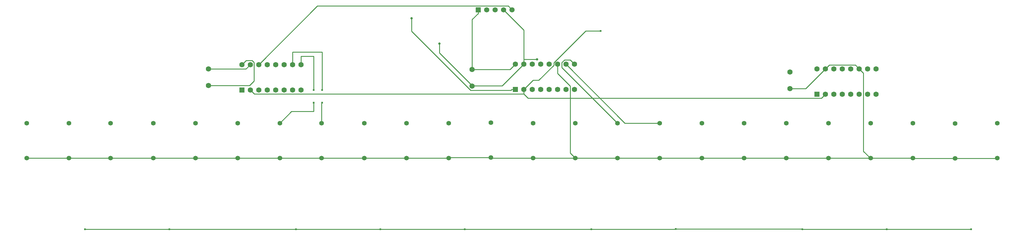
<source format=gbl>
G04 Layer: BottomLayer*
G04 EasyEDA v6.5.43, 2024-08-21 01:05:30*
G04 cb6e2e9fbd21486d88ae5690d2d3dc00,10*
G04 Gerber Generator version 0.2*
G04 Scale: 100 percent, Rotated: No, Reflected: No *
G04 Dimensions in millimeters *
G04 leading zeros omitted , absolute positions ,4 integer and 5 decimal *
%FSLAX45Y45*%
%MOMM*%

%ADD10C,0.2540*%
%ADD11C,1.6000*%
%ADD12R,1.6000X1.6000*%
%ADD13C,1.5748*%
%ADD14R,1.5748X1.5748*%
%ADD15C,1.4000*%
%ADD16C,0.7000*%
%ADD17C,0.6200*%
%ADD18C,0.0194*%

%LPD*%
D10*
X17780000Y5969000D02*
G01*
X17328139Y5969000D01*
X16371727Y5011420D01*
X16371727Y4930193D01*
X15921941Y4480407D01*
X15745307Y4480407D01*
X15468600Y4203700D01*
X15468600Y4068876D02*
G01*
X15468600Y4203700D01*
X24549100Y4064000D02*
G01*
X24428602Y3943502D01*
X15593974Y3943502D01*
X15468600Y4068876D01*
X8127984Y3191992D02*
G01*
X8479292Y3543300D01*
X9144000Y3543300D01*
X9144000Y3810000D01*
X17018000Y2142007D02*
G01*
X16865600Y2294407D01*
X16865600Y4306011D01*
X16484600Y4687011D01*
X16484600Y4965700D01*
X508000Y2141994D02*
G01*
X1777997Y2141994D01*
X1777997Y2141994D02*
G01*
X3035294Y2141994D01*
X3035294Y2141994D02*
G01*
X4317992Y2141994D01*
X4317992Y2141994D02*
G01*
X5587989Y2141994D01*
X5587989Y2141994D02*
G01*
X6857987Y2141994D01*
X6857987Y2141994D02*
G01*
X8127984Y2141994D01*
X9385282Y2141994D02*
G01*
X8127984Y2141994D01*
X10668000Y2142002D02*
G01*
X9385282Y2141994D01*
X11938000Y2142007D02*
G01*
X10668000Y2142002D01*
X13208000Y2142007D02*
G01*
X11938000Y2142007D01*
X13208000Y2142007D02*
G01*
X13220694Y2154702D01*
X14478000Y2154702D01*
X14478000Y2154702D02*
G01*
X14490694Y2142007D01*
X15748000Y2142007D01*
X17018000Y2142007D02*
G01*
X15748000Y2142007D01*
X17018000Y2142007D02*
G01*
X18288000Y2142007D01*
X19558000Y2142007D02*
G01*
X18288000Y2142007D01*
X20828000Y2142007D02*
G01*
X19558000Y2142007D01*
X22098000Y2142007D02*
G01*
X20828000Y2142007D01*
X23368000Y2142007D02*
G01*
X22098000Y2142007D01*
X23368000Y2142007D02*
G01*
X24638000Y2142007D01*
X25908000Y2142007D02*
G01*
X24638000Y2142007D01*
X27178000Y2142007D02*
G01*
X27190700Y2129307D01*
X28448000Y2129307D01*
X27178000Y2142007D02*
G01*
X25908000Y2142007D01*
X15468600Y4965700D02*
G01*
X14820900Y4318000D01*
X14008100Y4318000D01*
X13914958Y4309313D01*
X14859000Y6604000D02*
G01*
X15468600Y5994400D01*
X15468600Y5114874D01*
X24549100Y4826000D02*
G01*
X24667108Y4944008D01*
X25447091Y4944008D01*
X25565100Y4826000D01*
X25565100Y4826000D02*
G01*
X25692100Y4699025D01*
X25692100Y2345232D01*
X25908000Y2129307D01*
X15863976Y5114874D02*
G01*
X15468600Y5114874D01*
X15468600Y5114874D02*
G01*
X15468600Y4965700D01*
X7239000Y4953000D02*
G01*
X7108012Y4822012D01*
X5981700Y4822012D01*
X18173623Y3306368D02*
G01*
X16611600Y4868392D01*
X16611600Y5013477D01*
X16693032Y5094909D01*
X16863390Y5094909D01*
X16992600Y4965700D01*
X18288000Y3191992D02*
G01*
X18173623Y3306368D01*
X19452463Y3191992D02*
G01*
X18512307Y3191992D01*
X16738600Y4965700D01*
X19558000Y3191992D02*
G01*
X19452463Y3191992D01*
X5981700Y4322013D02*
G01*
X7216927Y4322013D01*
X7352156Y4457242D01*
X7352156Y4457242D02*
G01*
X7352156Y5014976D01*
X7288326Y5078806D01*
X7110806Y5078806D01*
X6985000Y4953000D01*
X14097000Y6604000D02*
G01*
X14097000Y6492519D01*
X15214600Y4203700D02*
G01*
X15101849Y4203700D01*
X15101849Y4203700D02*
G01*
X15078633Y4180481D01*
X13865707Y4180481D01*
X12090400Y5955792D01*
X12090400Y6350000D01*
X24549100Y4826000D02*
G01*
X23956213Y4233113D01*
X23482300Y4233113D01*
X15113000Y6604000D02*
G01*
X15001392Y6715607D01*
X9255607Y6715607D01*
X7493000Y4953000D01*
X13914884Y4309361D02*
G01*
X13914884Y4322315D01*
X12928600Y5308600D01*
X12928600Y5588000D01*
X14097000Y6492494D02*
G01*
X13914881Y6310376D01*
X13914881Y4809236D01*
X7239000Y4191000D02*
G01*
X7361123Y4068876D01*
X15468600Y4068876D01*
X29718000Y2142007D02*
G01*
X29705300Y2129307D01*
X28448000Y2129307D01*
X28930600Y0D02*
G01*
X26390600Y0D01*
X23850600Y0D02*
G01*
X26390600Y0D01*
X23850600Y0D02*
G01*
X23846993Y3606D01*
X20036993Y3606D01*
X20036993Y3606D02*
G01*
X20033386Y0D01*
X17500600Y0D01*
X17500600Y0D02*
G01*
X13690600Y0D01*
X11150600Y0D02*
G01*
X13690600Y0D01*
X11150600Y0D02*
G01*
X8610600Y0D01*
X4796993Y0D02*
G01*
X8610600Y0D01*
X2263119Y-6126D02*
G01*
X2269246Y0D01*
X4796993Y0D01*
X15214600Y4965700D02*
G01*
X15058212Y4809312D01*
X13914958Y4809312D01*
X8509000Y4953000D02*
G01*
X8509000Y5334000D01*
X9398000Y5334000D01*
X9398000Y4191000D01*
X9398000Y3810000D02*
G01*
X9385282Y3797282D01*
X9385282Y3191992D01*
X8763000Y4953000D02*
G01*
X8763000Y5207000D01*
X9144000Y5207000D01*
X9144000Y4191000D01*
D11*
G01*
X5981700Y4322013D03*
G01*
X5981700Y4822012D03*
G01*
X13914958Y4309313D03*
G01*
X13914958Y4809312D03*
G01*
X23482300Y4233113D03*
G01*
X23482300Y4733112D03*
G01*
X6985000Y4953000D03*
G01*
X7239000Y4953000D03*
G01*
X7493000Y4953000D03*
G01*
X7747000Y4953000D03*
G01*
X8001000Y4953000D03*
G01*
X8255000Y4953000D03*
G01*
X8509000Y4953000D03*
G01*
X8763000Y4953000D03*
G01*
X8763000Y4191000D03*
G01*
X8509000Y4191000D03*
G01*
X8255000Y4191000D03*
G01*
X8001000Y4191000D03*
G01*
X7747000Y4191000D03*
G01*
X7493000Y4191000D03*
G01*
X7239000Y4191000D03*
D12*
G01*
X6985000Y4191000D03*
D11*
G01*
X15214600Y4965700D03*
G01*
X15468600Y4965700D03*
G01*
X15722600Y4965700D03*
G01*
X15976600Y4965700D03*
G01*
X16230600Y4965700D03*
G01*
X16484600Y4965700D03*
G01*
X16738600Y4965700D03*
G01*
X16992600Y4965700D03*
G01*
X16992600Y4203700D03*
G01*
X16738600Y4203700D03*
G01*
X16484600Y4203700D03*
G01*
X16230600Y4203700D03*
G01*
X15976600Y4203700D03*
G01*
X15722600Y4203700D03*
G01*
X15468600Y4203700D03*
D12*
G01*
X15214600Y4203700D03*
D11*
G01*
X24295100Y4826000D03*
G01*
X24549100Y4826000D03*
G01*
X24803100Y4826000D03*
G01*
X25057100Y4826000D03*
G01*
X25311100Y4826000D03*
G01*
X25565100Y4826000D03*
G01*
X25819100Y4826000D03*
G01*
X26073100Y4826000D03*
G01*
X26073100Y4064000D03*
G01*
X25819100Y4064000D03*
G01*
X25565100Y4064000D03*
G01*
X25311100Y4064000D03*
G01*
X25057100Y4064000D03*
G01*
X24803100Y4064000D03*
G01*
X24549100Y4064000D03*
D12*
G01*
X24295100Y4064000D03*
D13*
G01*
X15113000Y6604000D03*
G01*
X14859000Y6604000D03*
G01*
X14605000Y6604000D03*
G01*
X14351000Y6604000D03*
D14*
G01*
X14097000Y6604000D03*
D15*
G01*
X10668000Y3191992D03*
G01*
X10668000Y2142007D03*
G01*
X11938000Y3191992D03*
G01*
X11938000Y2142007D03*
G01*
X13208000Y3191992D03*
G01*
X13208000Y2142007D03*
G01*
X14478000Y3204692D03*
G01*
X14478000Y2154707D03*
G01*
X15748000Y3191992D03*
G01*
X15748000Y2142007D03*
G01*
X17018000Y3191992D03*
G01*
X17018000Y2142007D03*
G01*
X18288000Y3191992D03*
G01*
X18288000Y2142007D03*
G01*
X19558000Y3191992D03*
G01*
X19558000Y2142007D03*
G01*
X20828000Y3191992D03*
G01*
X20828000Y2142007D03*
G01*
X22098000Y3191992D03*
G01*
X22098000Y2142007D03*
G01*
X23368000Y3191992D03*
G01*
X23368000Y2142007D03*
G01*
X24638000Y3191992D03*
G01*
X24638000Y2142007D03*
G01*
X25908000Y3191992D03*
G01*
X25908000Y2142007D03*
G01*
X27178000Y3191992D03*
G01*
X27178000Y2142007D03*
G01*
X28448000Y3179292D03*
G01*
X28448000Y2129307D03*
G01*
X29718000Y3191992D03*
G01*
X29718000Y2142007D03*
G01*
X8127974Y2141981D03*
G01*
X8127974Y3191992D03*
G01*
X6858000Y2141981D03*
G01*
X6858000Y3191992D03*
G01*
X5588000Y2141981D03*
G01*
X5588000Y3191992D03*
G01*
X4318000Y2141981D03*
G01*
X4318000Y3191992D03*
G01*
X3035300Y2141981D03*
G01*
X3035300Y3191992D03*
G01*
X1778000Y2141981D03*
G01*
X1778000Y3191992D03*
G01*
X508000Y2141981D03*
G01*
X508000Y3191992D03*
G01*
X9385274Y2141981D03*
G01*
X9385274Y3191992D03*
D16*
G01*
X12090400Y6350000D03*
G01*
X15863976Y5114874D03*
G01*
X12928600Y5588000D03*
D17*
G01*
X28930600Y0D03*
G01*
X26390600Y0D03*
G01*
X23850600Y0D03*
G01*
X20036993Y3606D03*
G01*
X17500600Y0D03*
G01*
X13690600Y0D03*
G01*
X11150600Y0D03*
G01*
X8610600Y0D03*
G01*
X4796993Y0D03*
G01*
X2263114Y-6121D03*
G01*
X9398000Y4191000D03*
G01*
X9398000Y3810000D03*
G01*
X9144000Y4191000D03*
G01*
X9144000Y3810000D03*
G01*
X17780000Y5969000D03*
M02*

</source>
